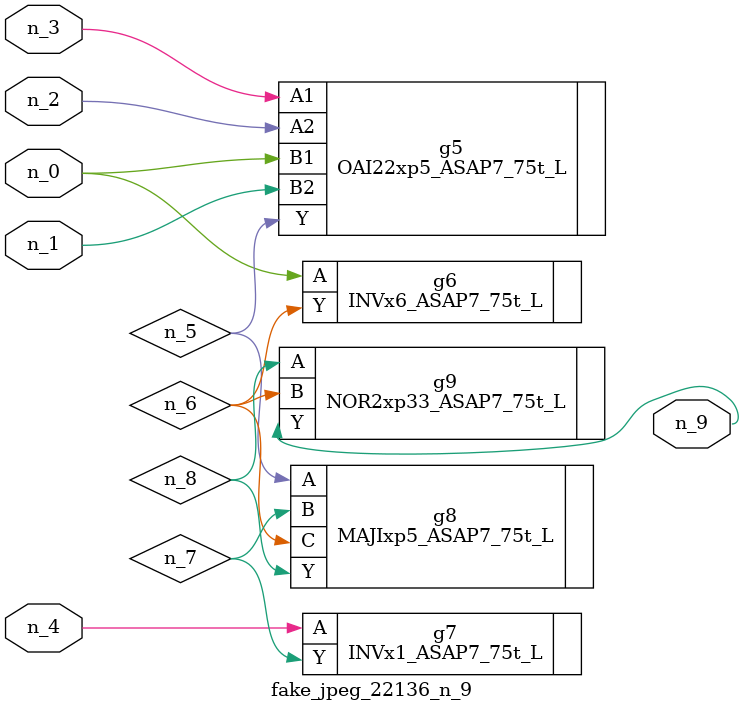
<source format=v>
module fake_jpeg_22136_n_9 (n_3, n_2, n_1, n_0, n_4, n_9);

input n_3;
input n_2;
input n_1;
input n_0;
input n_4;

output n_9;

wire n_8;
wire n_6;
wire n_5;
wire n_7;

OAI22xp5_ASAP7_75t_L g5 ( 
.A1(n_3),
.A2(n_2),
.B1(n_0),
.B2(n_1),
.Y(n_5)
);

INVx6_ASAP7_75t_L g6 ( 
.A(n_0),
.Y(n_6)
);

INVx1_ASAP7_75t_L g7 ( 
.A(n_4),
.Y(n_7)
);

MAJIxp5_ASAP7_75t_L g8 ( 
.A(n_5),
.B(n_7),
.C(n_6),
.Y(n_8)
);

NOR2xp33_ASAP7_75t_L g9 ( 
.A(n_8),
.B(n_6),
.Y(n_9)
);


endmodule
</source>
